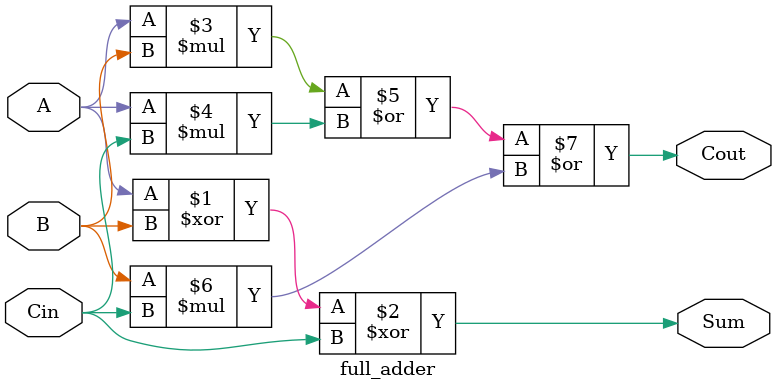
<source format=v>
`timescale 1ns / 1ps
module full_adder(A,B,Cin,Sum,Cout);
input A,B,Cin;
output Sum,Cout;

assign Sum = A^B^Cin;
assign Cout = A*B|A*Cin|B*Cin;
endmodule

</source>
